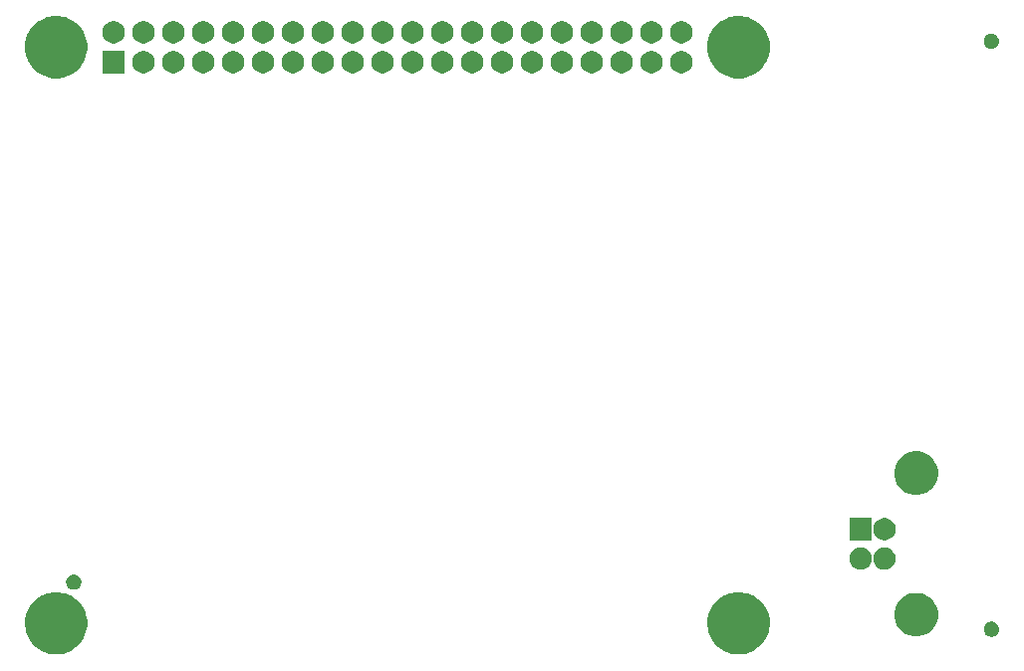
<source format=gbr>
G04 #@! TF.GenerationSoftware,KiCad,Pcbnew,(5.1.5)-3*
G04 #@! TF.CreationDate,2020-05-08T10:51:28+02:00*
G04 #@! TF.ProjectId,HB-RF-USB-2,48422d52-462d-4555-9342-2d322e6b6963,rev?*
G04 #@! TF.SameCoordinates,PX4c4b400PY7270e00*
G04 #@! TF.FileFunction,Soldermask,Bot*
G04 #@! TF.FilePolarity,Negative*
%FSLAX46Y46*%
G04 Gerber Fmt 4.6, Leading zero omitted, Abs format (unit mm)*
G04 Created by KiCad (PCBNEW (5.1.5)-3) date 2020-05-08 10:51:28*
%MOMM*%
%LPD*%
G04 APERTURE LIST*
%ADD10C,0.100000*%
G04 APERTURE END LIST*
D10*
G36*
X62102318Y6082108D02*
G01*
X62272976Y6048162D01*
X62613991Y5906909D01*
X62704430Y5869448D01*
X62755246Y5848399D01*
X63189276Y5558389D01*
X63558389Y5189276D01*
X63848399Y4755246D01*
X63990490Y4412209D01*
X64048162Y4272975D01*
X64150000Y3761004D01*
X64150000Y3238996D01*
X64112544Y3050695D01*
X64048162Y2727024D01*
X63848399Y2244754D01*
X63558389Y1810724D01*
X63189276Y1441611D01*
X62755246Y1151601D01*
X62272976Y951838D01*
X62102318Y917892D01*
X61761004Y850000D01*
X61238996Y850000D01*
X60897682Y917892D01*
X60727024Y951838D01*
X60244754Y1151601D01*
X59810724Y1441611D01*
X59441611Y1810724D01*
X59151601Y2244754D01*
X58951838Y2727024D01*
X58887456Y3050695D01*
X58850000Y3238996D01*
X58850000Y3761004D01*
X58951838Y4272975D01*
X59009511Y4412209D01*
X59151601Y4755246D01*
X59441611Y5189276D01*
X59810724Y5558389D01*
X60244754Y5848399D01*
X60295571Y5869448D01*
X60386009Y5906909D01*
X60727024Y6048162D01*
X60897682Y6082108D01*
X61238996Y6150000D01*
X61761004Y6150000D01*
X62102318Y6082108D01*
G37*
G36*
X4102318Y6082108D02*
G01*
X4272976Y6048162D01*
X4613991Y5906909D01*
X4704430Y5869448D01*
X4755246Y5848399D01*
X5189276Y5558389D01*
X5558389Y5189276D01*
X5848399Y4755246D01*
X5990490Y4412209D01*
X6048162Y4272975D01*
X6150000Y3761004D01*
X6150000Y3238996D01*
X6112544Y3050695D01*
X6048162Y2727024D01*
X5848399Y2244754D01*
X5558389Y1810724D01*
X5189276Y1441611D01*
X4755246Y1151601D01*
X4272976Y951838D01*
X4102318Y917892D01*
X3761004Y850000D01*
X3238996Y850000D01*
X2897682Y917892D01*
X2727024Y951838D01*
X2244754Y1151601D01*
X1810724Y1441611D01*
X1441611Y1810724D01*
X1151601Y2244754D01*
X951838Y2727024D01*
X887456Y3050695D01*
X850000Y3238996D01*
X850000Y3761004D01*
X951838Y4272975D01*
X1009511Y4412209D01*
X1151601Y4755246D01*
X1441611Y5189276D01*
X1810724Y5558389D01*
X2244754Y5848399D01*
X2295571Y5869448D01*
X2386009Y5906909D01*
X2727024Y6048162D01*
X2897682Y6082108D01*
X3238996Y6150000D01*
X3761004Y6150000D01*
X4102318Y6082108D01*
G37*
G36*
X83126808Y3637511D02*
G01*
X83189598Y3625021D01*
X83258891Y3596318D01*
X83307889Y3576023D01*
X83307890Y3576022D01*
X83414351Y3504888D01*
X83504888Y3414351D01*
X83504889Y3414349D01*
X83576023Y3307889D01*
X83596318Y3258891D01*
X83625021Y3189598D01*
X83650000Y3064019D01*
X83650000Y2935981D01*
X83625021Y2810402D01*
X83617817Y2793011D01*
X83576023Y2692111D01*
X83576022Y2692110D01*
X83504888Y2585649D01*
X83414351Y2495112D01*
X83360760Y2459304D01*
X83307889Y2423977D01*
X83258891Y2403682D01*
X83189598Y2374979D01*
X83126809Y2362490D01*
X83064021Y2350000D01*
X82935979Y2350000D01*
X82873191Y2362490D01*
X82810402Y2374979D01*
X82741109Y2403682D01*
X82692111Y2423977D01*
X82639240Y2459304D01*
X82585649Y2495112D01*
X82495112Y2585649D01*
X82423978Y2692110D01*
X82423977Y2692111D01*
X82382183Y2793011D01*
X82374979Y2810402D01*
X82350000Y2935981D01*
X82350000Y3064019D01*
X82374979Y3189598D01*
X82403682Y3258891D01*
X82423977Y3307889D01*
X82495111Y3414349D01*
X82495112Y3414351D01*
X82585649Y3504888D01*
X82692110Y3576022D01*
X82692111Y3576023D01*
X82741109Y3596318D01*
X82810402Y3625021D01*
X82873192Y3637511D01*
X82935979Y3650000D01*
X83064021Y3650000D01*
X83126808Y3637511D01*
G37*
G36*
X77141623Y6008906D02*
G01*
X77478302Y5869449D01*
X77578846Y5802268D01*
X77781306Y5666989D01*
X78038989Y5409306D01*
X78174268Y5206846D01*
X78241449Y5106302D01*
X78380906Y4769623D01*
X78452000Y4412211D01*
X78452000Y4047789D01*
X78380906Y3690377D01*
X78241449Y3353698D01*
X78241448Y3353697D01*
X78038989Y3050694D01*
X77781306Y2793011D01*
X77630296Y2692110D01*
X77478302Y2590551D01*
X77141623Y2451094D01*
X76784211Y2380000D01*
X76419789Y2380000D01*
X76062377Y2451094D01*
X75725698Y2590551D01*
X75573704Y2692110D01*
X75422694Y2793011D01*
X75165011Y3050694D01*
X74962552Y3353697D01*
X74962551Y3353698D01*
X74823094Y3690377D01*
X74752000Y4047789D01*
X74752000Y4412211D01*
X74823094Y4769623D01*
X74962551Y5106302D01*
X75029732Y5206846D01*
X75165011Y5409306D01*
X75422694Y5666989D01*
X75625154Y5802268D01*
X75725698Y5869449D01*
X76062377Y6008906D01*
X76419789Y6080000D01*
X76784211Y6080000D01*
X77141623Y6008906D01*
G37*
G36*
X5126808Y7637511D02*
G01*
X5189598Y7625021D01*
X5258891Y7596318D01*
X5307889Y7576023D01*
X5307890Y7576022D01*
X5414351Y7504888D01*
X5504888Y7414351D01*
X5504889Y7414349D01*
X5576023Y7307889D01*
X5596318Y7258891D01*
X5625021Y7189598D01*
X5650000Y7064019D01*
X5650000Y6935981D01*
X5625021Y6810402D01*
X5596318Y6741109D01*
X5576023Y6692111D01*
X5576022Y6692110D01*
X5504888Y6585649D01*
X5414351Y6495112D01*
X5360760Y6459304D01*
X5307889Y6423977D01*
X5258891Y6403682D01*
X5189598Y6374979D01*
X5126809Y6362490D01*
X5064021Y6350000D01*
X4935979Y6350000D01*
X4873191Y6362490D01*
X4810402Y6374979D01*
X4741109Y6403682D01*
X4692111Y6423977D01*
X4639240Y6459304D01*
X4585649Y6495112D01*
X4495112Y6585649D01*
X4423978Y6692110D01*
X4423977Y6692111D01*
X4403682Y6741109D01*
X4374979Y6810402D01*
X4350000Y6935981D01*
X4350000Y7064019D01*
X4374979Y7189598D01*
X4403682Y7258891D01*
X4423977Y7307889D01*
X4495111Y7414349D01*
X4495112Y7414351D01*
X4585649Y7504888D01*
X4692110Y7576022D01*
X4692111Y7576023D01*
X4741109Y7596318D01*
X4810402Y7625021D01*
X4873192Y7637511D01*
X4935979Y7650000D01*
X5064021Y7650000D01*
X5126808Y7637511D01*
G37*
G36*
X74169103Y9913493D02*
G01*
X74169106Y9913492D01*
X74169105Y9913492D01*
X74341994Y9841879D01*
X74497590Y9737913D01*
X74629913Y9605590D01*
X74629914Y9605588D01*
X74733880Y9449992D01*
X74805493Y9277103D01*
X74842000Y9093568D01*
X74842000Y8906432D01*
X74805493Y8722897D01*
X74805492Y8722895D01*
X74733879Y8550006D01*
X74629913Y8394410D01*
X74497590Y8262087D01*
X74341994Y8158121D01*
X74341993Y8158120D01*
X74341992Y8158120D01*
X74169103Y8086507D01*
X73985568Y8050000D01*
X73798432Y8050000D01*
X73614897Y8086507D01*
X73442008Y8158120D01*
X73442007Y8158120D01*
X73442006Y8158121D01*
X73286410Y8262087D01*
X73154087Y8394410D01*
X73050121Y8550006D01*
X72978508Y8722895D01*
X72978507Y8722897D01*
X72942000Y8906432D01*
X72942000Y9093568D01*
X72978507Y9277103D01*
X73050120Y9449992D01*
X73154086Y9605588D01*
X73154087Y9605590D01*
X73286410Y9737913D01*
X73442006Y9841879D01*
X73614895Y9913492D01*
X73614894Y9913492D01*
X73614897Y9913493D01*
X73798432Y9950000D01*
X73985568Y9950000D01*
X74169103Y9913493D01*
G37*
G36*
X72169103Y9913493D02*
G01*
X72169106Y9913492D01*
X72169105Y9913492D01*
X72341994Y9841879D01*
X72497590Y9737913D01*
X72629913Y9605590D01*
X72629914Y9605588D01*
X72733880Y9449992D01*
X72805493Y9277103D01*
X72842000Y9093568D01*
X72842000Y8906432D01*
X72805493Y8722897D01*
X72805492Y8722895D01*
X72733879Y8550006D01*
X72629913Y8394410D01*
X72497590Y8262087D01*
X72341994Y8158121D01*
X72341993Y8158120D01*
X72341992Y8158120D01*
X72169103Y8086507D01*
X71985568Y8050000D01*
X71798432Y8050000D01*
X71614897Y8086507D01*
X71442008Y8158120D01*
X71442007Y8158120D01*
X71442006Y8158121D01*
X71286410Y8262087D01*
X71154087Y8394410D01*
X71050121Y8550006D01*
X70978508Y8722895D01*
X70978507Y8722897D01*
X70942000Y8906432D01*
X70942000Y9093568D01*
X70978507Y9277103D01*
X71050120Y9449992D01*
X71154086Y9605588D01*
X71154087Y9605590D01*
X71286410Y9737913D01*
X71442006Y9841879D01*
X71614895Y9913492D01*
X71614894Y9913492D01*
X71614897Y9913493D01*
X71798432Y9950000D01*
X71985568Y9950000D01*
X72169103Y9913493D01*
G37*
G36*
X72842000Y10550000D02*
G01*
X70942000Y10550000D01*
X70942000Y12450000D01*
X72842000Y12450000D01*
X72842000Y10550000D01*
G37*
G36*
X74169103Y12413493D02*
G01*
X74169106Y12413492D01*
X74169105Y12413492D01*
X74341994Y12341879D01*
X74497590Y12237913D01*
X74629913Y12105590D01*
X74629914Y12105588D01*
X74733880Y11949992D01*
X74805493Y11777103D01*
X74842000Y11593568D01*
X74842000Y11406432D01*
X74805493Y11222897D01*
X74805492Y11222895D01*
X74733879Y11050006D01*
X74629913Y10894410D01*
X74497590Y10762087D01*
X74341994Y10658121D01*
X74341993Y10658120D01*
X74341992Y10658120D01*
X74169103Y10586507D01*
X73985568Y10550000D01*
X73798432Y10550000D01*
X73614897Y10586507D01*
X73442008Y10658120D01*
X73442007Y10658120D01*
X73442006Y10658121D01*
X73286410Y10762087D01*
X73154087Y10894410D01*
X73050121Y11050006D01*
X72978508Y11222895D01*
X72978507Y11222897D01*
X72942000Y11406432D01*
X72942000Y11593568D01*
X72978507Y11777103D01*
X73050120Y11949992D01*
X73154086Y12105588D01*
X73154087Y12105590D01*
X73286410Y12237913D01*
X73442006Y12341879D01*
X73614895Y12413492D01*
X73614894Y12413492D01*
X73614897Y12413493D01*
X73798432Y12450000D01*
X73985568Y12450000D01*
X74169103Y12413493D01*
G37*
G36*
X77141623Y18048906D02*
G01*
X77478302Y17909449D01*
X77478303Y17909448D01*
X77781306Y17706989D01*
X78038989Y17449306D01*
X78174268Y17246846D01*
X78241449Y17146302D01*
X78380906Y16809623D01*
X78452000Y16452211D01*
X78452000Y16087789D01*
X78380906Y15730377D01*
X78241449Y15393698D01*
X78241448Y15393697D01*
X78038989Y15090694D01*
X77781306Y14833011D01*
X77578846Y14697732D01*
X77478302Y14630551D01*
X77141623Y14491094D01*
X76784211Y14420000D01*
X76419789Y14420000D01*
X76062377Y14491094D01*
X75725698Y14630551D01*
X75625154Y14697732D01*
X75422694Y14833011D01*
X75165011Y15090694D01*
X74962552Y15393697D01*
X74962551Y15393698D01*
X74823094Y15730377D01*
X74752000Y16087789D01*
X74752000Y16452211D01*
X74823094Y16809623D01*
X74962551Y17146302D01*
X75029732Y17246846D01*
X75165011Y17449306D01*
X75422694Y17706989D01*
X75725697Y17909448D01*
X75725698Y17909449D01*
X76062377Y18048906D01*
X76419789Y18120000D01*
X76784211Y18120000D01*
X77141623Y18048906D01*
G37*
G36*
X4102318Y55082108D02*
G01*
X4272976Y55048162D01*
X4755246Y54848399D01*
X4947408Y54720000D01*
X5189275Y54558390D01*
X5558390Y54189275D01*
X5848400Y53755244D01*
X5881045Y53676432D01*
X6033701Y53307889D01*
X6048162Y53272975D01*
X6140174Y52810404D01*
X6150000Y52761002D01*
X6150000Y52238998D01*
X6048162Y51727024D01*
X5906909Y51386009D01*
X5881045Y51323567D01*
X5848399Y51244754D01*
X5558389Y50810724D01*
X5189276Y50441611D01*
X4755246Y50151601D01*
X4272976Y49951838D01*
X4102318Y49917892D01*
X3761004Y49850000D01*
X3238996Y49850000D01*
X2897682Y49917892D01*
X2727024Y49951838D01*
X2244754Y50151601D01*
X1810724Y50441611D01*
X1441611Y50810724D01*
X1151601Y51244754D01*
X1118956Y51323567D01*
X1093091Y51386009D01*
X951838Y51727024D01*
X850000Y52238998D01*
X850000Y52761002D01*
X859827Y52810404D01*
X951838Y53272975D01*
X966300Y53307889D01*
X1118955Y53676432D01*
X1151600Y53755244D01*
X1441610Y54189275D01*
X1810725Y54558390D01*
X2052592Y54720000D01*
X2244754Y54848399D01*
X2727024Y55048162D01*
X2897682Y55082108D01*
X3238996Y55150000D01*
X3761004Y55150000D01*
X4102318Y55082108D01*
G37*
G36*
X62102318Y55082108D02*
G01*
X62272976Y55048162D01*
X62755246Y54848399D01*
X62947408Y54720000D01*
X63189275Y54558390D01*
X63558390Y54189275D01*
X63848400Y53755244D01*
X63881045Y53676432D01*
X64033701Y53307889D01*
X64048162Y53272975D01*
X64140174Y52810404D01*
X64150000Y52761002D01*
X64150000Y52238998D01*
X64048162Y51727024D01*
X63906909Y51386009D01*
X63881045Y51323567D01*
X63848399Y51244754D01*
X63558389Y50810724D01*
X63189276Y50441611D01*
X62755246Y50151601D01*
X62272976Y49951838D01*
X62102318Y49917892D01*
X61761004Y49850000D01*
X61238996Y49850000D01*
X60897682Y49917892D01*
X60727024Y49951838D01*
X60244754Y50151601D01*
X59810724Y50441611D01*
X59441611Y50810724D01*
X59151601Y51244754D01*
X59118956Y51323567D01*
X59093091Y51386009D01*
X58951838Y51727024D01*
X58850000Y52238998D01*
X58850000Y52761002D01*
X58859827Y52810404D01*
X58951838Y53272975D01*
X58966300Y53307889D01*
X59118955Y53676432D01*
X59151600Y53755244D01*
X59441610Y54189275D01*
X59810725Y54558390D01*
X60052592Y54720000D01*
X60244754Y54848399D01*
X60727024Y55048162D01*
X60897682Y55082108D01*
X61238996Y55150000D01*
X61761004Y55150000D01*
X62102318Y55082108D01*
G37*
G36*
X39127103Y52143493D02*
G01*
X39127106Y52143492D01*
X39127105Y52143492D01*
X39299994Y52071879D01*
X39455590Y51967913D01*
X39587913Y51835590D01*
X39691879Y51679994D01*
X39691880Y51679992D01*
X39763493Y51507103D01*
X39800000Y51323568D01*
X39800000Y51136432D01*
X39763493Y50952897D01*
X39763492Y50952895D01*
X39691879Y50780006D01*
X39587913Y50624410D01*
X39455590Y50492087D01*
X39299994Y50388121D01*
X39299993Y50388120D01*
X39299992Y50388120D01*
X39127103Y50316507D01*
X38943568Y50280000D01*
X38756432Y50280000D01*
X38572897Y50316507D01*
X38400008Y50388120D01*
X38400007Y50388120D01*
X38400006Y50388121D01*
X38244410Y50492087D01*
X38112087Y50624410D01*
X38008121Y50780006D01*
X37936508Y50952895D01*
X37936507Y50952897D01*
X37900000Y51136432D01*
X37900000Y51323568D01*
X37936507Y51507103D01*
X38008120Y51679992D01*
X38008121Y51679994D01*
X38112087Y51835590D01*
X38244410Y51967913D01*
X38400006Y52071879D01*
X38572895Y52143492D01*
X38572894Y52143492D01*
X38572897Y52143493D01*
X38756432Y52180000D01*
X38943568Y52180000D01*
X39127103Y52143493D01*
G37*
G36*
X56907103Y52143493D02*
G01*
X56907106Y52143492D01*
X56907105Y52143492D01*
X57079994Y52071879D01*
X57235590Y51967913D01*
X57367913Y51835590D01*
X57471879Y51679994D01*
X57471880Y51679992D01*
X57543493Y51507103D01*
X57580000Y51323568D01*
X57580000Y51136432D01*
X57543493Y50952897D01*
X57543492Y50952895D01*
X57471879Y50780006D01*
X57367913Y50624410D01*
X57235590Y50492087D01*
X57079994Y50388121D01*
X57079993Y50388120D01*
X57079992Y50388120D01*
X56907103Y50316507D01*
X56723568Y50280000D01*
X56536432Y50280000D01*
X56352897Y50316507D01*
X56180008Y50388120D01*
X56180007Y50388120D01*
X56180006Y50388121D01*
X56024410Y50492087D01*
X55892087Y50624410D01*
X55788121Y50780006D01*
X55716508Y50952895D01*
X55716507Y50952897D01*
X55680000Y51136432D01*
X55680000Y51323568D01*
X55716507Y51507103D01*
X55788120Y51679992D01*
X55788121Y51679994D01*
X55892087Y51835590D01*
X56024410Y51967913D01*
X56180006Y52071879D01*
X56352895Y52143492D01*
X56352894Y52143492D01*
X56352897Y52143493D01*
X56536432Y52180000D01*
X56723568Y52180000D01*
X56907103Y52143493D01*
G37*
G36*
X54367103Y52143493D02*
G01*
X54367106Y52143492D01*
X54367105Y52143492D01*
X54539994Y52071879D01*
X54695590Y51967913D01*
X54827913Y51835590D01*
X54931879Y51679994D01*
X54931880Y51679992D01*
X55003493Y51507103D01*
X55040000Y51323568D01*
X55040000Y51136432D01*
X55003493Y50952897D01*
X55003492Y50952895D01*
X54931879Y50780006D01*
X54827913Y50624410D01*
X54695590Y50492087D01*
X54539994Y50388121D01*
X54539993Y50388120D01*
X54539992Y50388120D01*
X54367103Y50316507D01*
X54183568Y50280000D01*
X53996432Y50280000D01*
X53812897Y50316507D01*
X53640008Y50388120D01*
X53640007Y50388120D01*
X53640006Y50388121D01*
X53484410Y50492087D01*
X53352087Y50624410D01*
X53248121Y50780006D01*
X53176508Y50952895D01*
X53176507Y50952897D01*
X53140000Y51136432D01*
X53140000Y51323568D01*
X53176507Y51507103D01*
X53248120Y51679992D01*
X53248121Y51679994D01*
X53352087Y51835590D01*
X53484410Y51967913D01*
X53640006Y52071879D01*
X53812895Y52143492D01*
X53812894Y52143492D01*
X53812897Y52143493D01*
X53996432Y52180000D01*
X54183568Y52180000D01*
X54367103Y52143493D01*
G37*
G36*
X51827103Y52143493D02*
G01*
X51827106Y52143492D01*
X51827105Y52143492D01*
X51999994Y52071879D01*
X52155590Y51967913D01*
X52287913Y51835590D01*
X52391879Y51679994D01*
X52391880Y51679992D01*
X52463493Y51507103D01*
X52500000Y51323568D01*
X52500000Y51136432D01*
X52463493Y50952897D01*
X52463492Y50952895D01*
X52391879Y50780006D01*
X52287913Y50624410D01*
X52155590Y50492087D01*
X51999994Y50388121D01*
X51999993Y50388120D01*
X51999992Y50388120D01*
X51827103Y50316507D01*
X51643568Y50280000D01*
X51456432Y50280000D01*
X51272897Y50316507D01*
X51100008Y50388120D01*
X51100007Y50388120D01*
X51100006Y50388121D01*
X50944410Y50492087D01*
X50812087Y50624410D01*
X50708121Y50780006D01*
X50636508Y50952895D01*
X50636507Y50952897D01*
X50600000Y51136432D01*
X50600000Y51323568D01*
X50636507Y51507103D01*
X50708120Y51679992D01*
X50708121Y51679994D01*
X50812087Y51835590D01*
X50944410Y51967913D01*
X51100006Y52071879D01*
X51272895Y52143492D01*
X51272894Y52143492D01*
X51272897Y52143493D01*
X51456432Y52180000D01*
X51643568Y52180000D01*
X51827103Y52143493D01*
G37*
G36*
X49287103Y52143493D02*
G01*
X49287106Y52143492D01*
X49287105Y52143492D01*
X49459994Y52071879D01*
X49615590Y51967913D01*
X49747913Y51835590D01*
X49851879Y51679994D01*
X49851880Y51679992D01*
X49923493Y51507103D01*
X49960000Y51323568D01*
X49960000Y51136432D01*
X49923493Y50952897D01*
X49923492Y50952895D01*
X49851879Y50780006D01*
X49747913Y50624410D01*
X49615590Y50492087D01*
X49459994Y50388121D01*
X49459993Y50388120D01*
X49459992Y50388120D01*
X49287103Y50316507D01*
X49103568Y50280000D01*
X48916432Y50280000D01*
X48732897Y50316507D01*
X48560008Y50388120D01*
X48560007Y50388120D01*
X48560006Y50388121D01*
X48404410Y50492087D01*
X48272087Y50624410D01*
X48168121Y50780006D01*
X48096508Y50952895D01*
X48096507Y50952897D01*
X48060000Y51136432D01*
X48060000Y51323568D01*
X48096507Y51507103D01*
X48168120Y51679992D01*
X48168121Y51679994D01*
X48272087Y51835590D01*
X48404410Y51967913D01*
X48560006Y52071879D01*
X48732895Y52143492D01*
X48732894Y52143492D01*
X48732897Y52143493D01*
X48916432Y52180000D01*
X49103568Y52180000D01*
X49287103Y52143493D01*
G37*
G36*
X44207103Y52143493D02*
G01*
X44207106Y52143492D01*
X44207105Y52143492D01*
X44379994Y52071879D01*
X44535590Y51967913D01*
X44667913Y51835590D01*
X44771879Y51679994D01*
X44771880Y51679992D01*
X44843493Y51507103D01*
X44880000Y51323568D01*
X44880000Y51136432D01*
X44843493Y50952897D01*
X44843492Y50952895D01*
X44771879Y50780006D01*
X44667913Y50624410D01*
X44535590Y50492087D01*
X44379994Y50388121D01*
X44379993Y50388120D01*
X44379992Y50388120D01*
X44207103Y50316507D01*
X44023568Y50280000D01*
X43836432Y50280000D01*
X43652897Y50316507D01*
X43480008Y50388120D01*
X43480007Y50388120D01*
X43480006Y50388121D01*
X43324410Y50492087D01*
X43192087Y50624410D01*
X43088121Y50780006D01*
X43016508Y50952895D01*
X43016507Y50952897D01*
X42980000Y51136432D01*
X42980000Y51323568D01*
X43016507Y51507103D01*
X43088120Y51679992D01*
X43088121Y51679994D01*
X43192087Y51835590D01*
X43324410Y51967913D01*
X43480006Y52071879D01*
X43652895Y52143492D01*
X43652894Y52143492D01*
X43652897Y52143493D01*
X43836432Y52180000D01*
X44023568Y52180000D01*
X44207103Y52143493D01*
G37*
G36*
X36587103Y52143493D02*
G01*
X36587106Y52143492D01*
X36587105Y52143492D01*
X36759994Y52071879D01*
X36915590Y51967913D01*
X37047913Y51835590D01*
X37151879Y51679994D01*
X37151880Y51679992D01*
X37223493Y51507103D01*
X37260000Y51323568D01*
X37260000Y51136432D01*
X37223493Y50952897D01*
X37223492Y50952895D01*
X37151879Y50780006D01*
X37047913Y50624410D01*
X36915590Y50492087D01*
X36759994Y50388121D01*
X36759993Y50388120D01*
X36759992Y50388120D01*
X36587103Y50316507D01*
X36403568Y50280000D01*
X36216432Y50280000D01*
X36032897Y50316507D01*
X35860008Y50388120D01*
X35860007Y50388120D01*
X35860006Y50388121D01*
X35704410Y50492087D01*
X35572087Y50624410D01*
X35468121Y50780006D01*
X35396508Y50952895D01*
X35396507Y50952897D01*
X35360000Y51136432D01*
X35360000Y51323568D01*
X35396507Y51507103D01*
X35468120Y51679992D01*
X35468121Y51679994D01*
X35572087Y51835590D01*
X35704410Y51967913D01*
X35860006Y52071879D01*
X36032895Y52143492D01*
X36032894Y52143492D01*
X36032897Y52143493D01*
X36216432Y52180000D01*
X36403568Y52180000D01*
X36587103Y52143493D01*
G37*
G36*
X34047103Y52143493D02*
G01*
X34047106Y52143492D01*
X34047105Y52143492D01*
X34219994Y52071879D01*
X34375590Y51967913D01*
X34507913Y51835590D01*
X34611879Y51679994D01*
X34611880Y51679992D01*
X34683493Y51507103D01*
X34720000Y51323568D01*
X34720000Y51136432D01*
X34683493Y50952897D01*
X34683492Y50952895D01*
X34611879Y50780006D01*
X34507913Y50624410D01*
X34375590Y50492087D01*
X34219994Y50388121D01*
X34219993Y50388120D01*
X34219992Y50388120D01*
X34047103Y50316507D01*
X33863568Y50280000D01*
X33676432Y50280000D01*
X33492897Y50316507D01*
X33320008Y50388120D01*
X33320007Y50388120D01*
X33320006Y50388121D01*
X33164410Y50492087D01*
X33032087Y50624410D01*
X32928121Y50780006D01*
X32856508Y50952895D01*
X32856507Y50952897D01*
X32820000Y51136432D01*
X32820000Y51323568D01*
X32856507Y51507103D01*
X32928120Y51679992D01*
X32928121Y51679994D01*
X33032087Y51835590D01*
X33164410Y51967913D01*
X33320006Y52071879D01*
X33492895Y52143492D01*
X33492894Y52143492D01*
X33492897Y52143493D01*
X33676432Y52180000D01*
X33863568Y52180000D01*
X34047103Y52143493D01*
G37*
G36*
X31507103Y52143493D02*
G01*
X31507106Y52143492D01*
X31507105Y52143492D01*
X31679994Y52071879D01*
X31835590Y51967913D01*
X31967913Y51835590D01*
X32071879Y51679994D01*
X32071880Y51679992D01*
X32143493Y51507103D01*
X32180000Y51323568D01*
X32180000Y51136432D01*
X32143493Y50952897D01*
X32143492Y50952895D01*
X32071879Y50780006D01*
X31967913Y50624410D01*
X31835590Y50492087D01*
X31679994Y50388121D01*
X31679993Y50388120D01*
X31679992Y50388120D01*
X31507103Y50316507D01*
X31323568Y50280000D01*
X31136432Y50280000D01*
X30952897Y50316507D01*
X30780008Y50388120D01*
X30780007Y50388120D01*
X30780006Y50388121D01*
X30624410Y50492087D01*
X30492087Y50624410D01*
X30388121Y50780006D01*
X30316508Y50952895D01*
X30316507Y50952897D01*
X30280000Y51136432D01*
X30280000Y51323568D01*
X30316507Y51507103D01*
X30388120Y51679992D01*
X30388121Y51679994D01*
X30492087Y51835590D01*
X30624410Y51967913D01*
X30780006Y52071879D01*
X30952895Y52143492D01*
X30952894Y52143492D01*
X30952897Y52143493D01*
X31136432Y52180000D01*
X31323568Y52180000D01*
X31507103Y52143493D01*
G37*
G36*
X28967103Y52143493D02*
G01*
X28967106Y52143492D01*
X28967105Y52143492D01*
X29139994Y52071879D01*
X29295590Y51967913D01*
X29427913Y51835590D01*
X29531879Y51679994D01*
X29531880Y51679992D01*
X29603493Y51507103D01*
X29640000Y51323568D01*
X29640000Y51136432D01*
X29603493Y50952897D01*
X29603492Y50952895D01*
X29531879Y50780006D01*
X29427913Y50624410D01*
X29295590Y50492087D01*
X29139994Y50388121D01*
X29139993Y50388120D01*
X29139992Y50388120D01*
X28967103Y50316507D01*
X28783568Y50280000D01*
X28596432Y50280000D01*
X28412897Y50316507D01*
X28240008Y50388120D01*
X28240007Y50388120D01*
X28240006Y50388121D01*
X28084410Y50492087D01*
X27952087Y50624410D01*
X27848121Y50780006D01*
X27776508Y50952895D01*
X27776507Y50952897D01*
X27740000Y51136432D01*
X27740000Y51323568D01*
X27776507Y51507103D01*
X27848120Y51679992D01*
X27848121Y51679994D01*
X27952087Y51835590D01*
X28084410Y51967913D01*
X28240006Y52071879D01*
X28412895Y52143492D01*
X28412894Y52143492D01*
X28412897Y52143493D01*
X28596432Y52180000D01*
X28783568Y52180000D01*
X28967103Y52143493D01*
G37*
G36*
X23887103Y52143493D02*
G01*
X23887106Y52143492D01*
X23887105Y52143492D01*
X24059994Y52071879D01*
X24215590Y51967913D01*
X24347913Y51835590D01*
X24451879Y51679994D01*
X24451880Y51679992D01*
X24523493Y51507103D01*
X24560000Y51323568D01*
X24560000Y51136432D01*
X24523493Y50952897D01*
X24523492Y50952895D01*
X24451879Y50780006D01*
X24347913Y50624410D01*
X24215590Y50492087D01*
X24059994Y50388121D01*
X24059993Y50388120D01*
X24059992Y50388120D01*
X23887103Y50316507D01*
X23703568Y50280000D01*
X23516432Y50280000D01*
X23332897Y50316507D01*
X23160008Y50388120D01*
X23160007Y50388120D01*
X23160006Y50388121D01*
X23004410Y50492087D01*
X22872087Y50624410D01*
X22768121Y50780006D01*
X22696508Y50952895D01*
X22696507Y50952897D01*
X22660000Y51136432D01*
X22660000Y51323568D01*
X22696507Y51507103D01*
X22768120Y51679992D01*
X22768121Y51679994D01*
X22872087Y51835590D01*
X23004410Y51967913D01*
X23160006Y52071879D01*
X23332895Y52143492D01*
X23332894Y52143492D01*
X23332897Y52143493D01*
X23516432Y52180000D01*
X23703568Y52180000D01*
X23887103Y52143493D01*
G37*
G36*
X21347103Y52143493D02*
G01*
X21347106Y52143492D01*
X21347105Y52143492D01*
X21519994Y52071879D01*
X21675590Y51967913D01*
X21807913Y51835590D01*
X21911879Y51679994D01*
X21911880Y51679992D01*
X21983493Y51507103D01*
X22020000Y51323568D01*
X22020000Y51136432D01*
X21983493Y50952897D01*
X21983492Y50952895D01*
X21911879Y50780006D01*
X21807913Y50624410D01*
X21675590Y50492087D01*
X21519994Y50388121D01*
X21519993Y50388120D01*
X21519992Y50388120D01*
X21347103Y50316507D01*
X21163568Y50280000D01*
X20976432Y50280000D01*
X20792897Y50316507D01*
X20620008Y50388120D01*
X20620007Y50388120D01*
X20620006Y50388121D01*
X20464410Y50492087D01*
X20332087Y50624410D01*
X20228121Y50780006D01*
X20156508Y50952895D01*
X20156507Y50952897D01*
X20120000Y51136432D01*
X20120000Y51323568D01*
X20156507Y51507103D01*
X20228120Y51679992D01*
X20228121Y51679994D01*
X20332087Y51835590D01*
X20464410Y51967913D01*
X20620006Y52071879D01*
X20792895Y52143492D01*
X20792894Y52143492D01*
X20792897Y52143493D01*
X20976432Y52180000D01*
X21163568Y52180000D01*
X21347103Y52143493D01*
G37*
G36*
X18807103Y52143493D02*
G01*
X18807106Y52143492D01*
X18807105Y52143492D01*
X18979994Y52071879D01*
X19135590Y51967913D01*
X19267913Y51835590D01*
X19371879Y51679994D01*
X19371880Y51679992D01*
X19443493Y51507103D01*
X19480000Y51323568D01*
X19480000Y51136432D01*
X19443493Y50952897D01*
X19443492Y50952895D01*
X19371879Y50780006D01*
X19267913Y50624410D01*
X19135590Y50492087D01*
X18979994Y50388121D01*
X18979993Y50388120D01*
X18979992Y50388120D01*
X18807103Y50316507D01*
X18623568Y50280000D01*
X18436432Y50280000D01*
X18252897Y50316507D01*
X18080008Y50388120D01*
X18080007Y50388120D01*
X18080006Y50388121D01*
X17924410Y50492087D01*
X17792087Y50624410D01*
X17688121Y50780006D01*
X17616508Y50952895D01*
X17616507Y50952897D01*
X17580000Y51136432D01*
X17580000Y51323568D01*
X17616507Y51507103D01*
X17688120Y51679992D01*
X17688121Y51679994D01*
X17792087Y51835590D01*
X17924410Y51967913D01*
X18080006Y52071879D01*
X18252895Y52143492D01*
X18252894Y52143492D01*
X18252897Y52143493D01*
X18436432Y52180000D01*
X18623568Y52180000D01*
X18807103Y52143493D01*
G37*
G36*
X16267103Y52143493D02*
G01*
X16267106Y52143492D01*
X16267105Y52143492D01*
X16439994Y52071879D01*
X16595590Y51967913D01*
X16727913Y51835590D01*
X16831879Y51679994D01*
X16831880Y51679992D01*
X16903493Y51507103D01*
X16940000Y51323568D01*
X16940000Y51136432D01*
X16903493Y50952897D01*
X16903492Y50952895D01*
X16831879Y50780006D01*
X16727913Y50624410D01*
X16595590Y50492087D01*
X16439994Y50388121D01*
X16439993Y50388120D01*
X16439992Y50388120D01*
X16267103Y50316507D01*
X16083568Y50280000D01*
X15896432Y50280000D01*
X15712897Y50316507D01*
X15540008Y50388120D01*
X15540007Y50388120D01*
X15540006Y50388121D01*
X15384410Y50492087D01*
X15252087Y50624410D01*
X15148121Y50780006D01*
X15076508Y50952895D01*
X15076507Y50952897D01*
X15040000Y51136432D01*
X15040000Y51323568D01*
X15076507Y51507103D01*
X15148120Y51679992D01*
X15148121Y51679994D01*
X15252087Y51835590D01*
X15384410Y51967913D01*
X15540006Y52071879D01*
X15712895Y52143492D01*
X15712894Y52143492D01*
X15712897Y52143493D01*
X15896432Y52180000D01*
X16083568Y52180000D01*
X16267103Y52143493D01*
G37*
G36*
X13727103Y52143493D02*
G01*
X13727106Y52143492D01*
X13727105Y52143492D01*
X13899994Y52071879D01*
X14055590Y51967913D01*
X14187913Y51835590D01*
X14291879Y51679994D01*
X14291880Y51679992D01*
X14363493Y51507103D01*
X14400000Y51323568D01*
X14400000Y51136432D01*
X14363493Y50952897D01*
X14363492Y50952895D01*
X14291879Y50780006D01*
X14187913Y50624410D01*
X14055590Y50492087D01*
X13899994Y50388121D01*
X13899993Y50388120D01*
X13899992Y50388120D01*
X13727103Y50316507D01*
X13543568Y50280000D01*
X13356432Y50280000D01*
X13172897Y50316507D01*
X13000008Y50388120D01*
X13000007Y50388120D01*
X13000006Y50388121D01*
X12844410Y50492087D01*
X12712087Y50624410D01*
X12608121Y50780006D01*
X12536508Y50952895D01*
X12536507Y50952897D01*
X12500000Y51136432D01*
X12500000Y51323568D01*
X12536507Y51507103D01*
X12608120Y51679992D01*
X12608121Y51679994D01*
X12712087Y51835590D01*
X12844410Y51967913D01*
X13000006Y52071879D01*
X13172895Y52143492D01*
X13172894Y52143492D01*
X13172897Y52143493D01*
X13356432Y52180000D01*
X13543568Y52180000D01*
X13727103Y52143493D01*
G37*
G36*
X46747103Y52143493D02*
G01*
X46747106Y52143492D01*
X46747105Y52143492D01*
X46919994Y52071879D01*
X47075590Y51967913D01*
X47207913Y51835590D01*
X47311879Y51679994D01*
X47311880Y51679992D01*
X47383493Y51507103D01*
X47420000Y51323568D01*
X47420000Y51136432D01*
X47383493Y50952897D01*
X47383492Y50952895D01*
X47311879Y50780006D01*
X47207913Y50624410D01*
X47075590Y50492087D01*
X46919994Y50388121D01*
X46919993Y50388120D01*
X46919992Y50388120D01*
X46747103Y50316507D01*
X46563568Y50280000D01*
X46376432Y50280000D01*
X46192897Y50316507D01*
X46020008Y50388120D01*
X46020007Y50388120D01*
X46020006Y50388121D01*
X45864410Y50492087D01*
X45732087Y50624410D01*
X45628121Y50780006D01*
X45556508Y50952895D01*
X45556507Y50952897D01*
X45520000Y51136432D01*
X45520000Y51323568D01*
X45556507Y51507103D01*
X45628120Y51679992D01*
X45628121Y51679994D01*
X45732087Y51835590D01*
X45864410Y51967913D01*
X46020006Y52071879D01*
X46192895Y52143492D01*
X46192894Y52143492D01*
X46192897Y52143493D01*
X46376432Y52180000D01*
X46563568Y52180000D01*
X46747103Y52143493D01*
G37*
G36*
X11187103Y52143493D02*
G01*
X11187106Y52143492D01*
X11187105Y52143492D01*
X11359994Y52071879D01*
X11515590Y51967913D01*
X11647913Y51835590D01*
X11751879Y51679994D01*
X11751880Y51679992D01*
X11823493Y51507103D01*
X11860000Y51323568D01*
X11860000Y51136432D01*
X11823493Y50952897D01*
X11823492Y50952895D01*
X11751879Y50780006D01*
X11647913Y50624410D01*
X11515590Y50492087D01*
X11359994Y50388121D01*
X11359993Y50388120D01*
X11359992Y50388120D01*
X11187103Y50316507D01*
X11003568Y50280000D01*
X10816432Y50280000D01*
X10632897Y50316507D01*
X10460008Y50388120D01*
X10460007Y50388120D01*
X10460006Y50388121D01*
X10304410Y50492087D01*
X10172087Y50624410D01*
X10068121Y50780006D01*
X9996508Y50952895D01*
X9996507Y50952897D01*
X9960000Y51136432D01*
X9960000Y51323568D01*
X9996507Y51507103D01*
X10068120Y51679992D01*
X10068121Y51679994D01*
X10172087Y51835590D01*
X10304410Y51967913D01*
X10460006Y52071879D01*
X10632895Y52143492D01*
X10632894Y52143492D01*
X10632897Y52143493D01*
X10816432Y52180000D01*
X11003568Y52180000D01*
X11187103Y52143493D01*
G37*
G36*
X9320000Y50280000D02*
G01*
X7420000Y50280000D01*
X7420000Y52180000D01*
X9320000Y52180000D01*
X9320000Y50280000D01*
G37*
G36*
X41667103Y52143493D02*
G01*
X41667106Y52143492D01*
X41667105Y52143492D01*
X41839994Y52071879D01*
X41995590Y51967913D01*
X42127913Y51835590D01*
X42231879Y51679994D01*
X42231880Y51679992D01*
X42303493Y51507103D01*
X42340000Y51323568D01*
X42340000Y51136432D01*
X42303493Y50952897D01*
X42303492Y50952895D01*
X42231879Y50780006D01*
X42127913Y50624410D01*
X41995590Y50492087D01*
X41839994Y50388121D01*
X41839993Y50388120D01*
X41839992Y50388120D01*
X41667103Y50316507D01*
X41483568Y50280000D01*
X41296432Y50280000D01*
X41112897Y50316507D01*
X40940008Y50388120D01*
X40940007Y50388120D01*
X40940006Y50388121D01*
X40784410Y50492087D01*
X40652087Y50624410D01*
X40548121Y50780006D01*
X40476508Y50952895D01*
X40476507Y50952897D01*
X40440000Y51136432D01*
X40440000Y51323568D01*
X40476507Y51507103D01*
X40548120Y51679992D01*
X40548121Y51679994D01*
X40652087Y51835590D01*
X40784410Y51967913D01*
X40940006Y52071879D01*
X41112895Y52143492D01*
X41112894Y52143492D01*
X41112897Y52143493D01*
X41296432Y52180000D01*
X41483568Y52180000D01*
X41667103Y52143493D01*
G37*
G36*
X26427103Y52143493D02*
G01*
X26427106Y52143492D01*
X26427105Y52143492D01*
X26599994Y52071879D01*
X26755590Y51967913D01*
X26887913Y51835590D01*
X26991879Y51679994D01*
X26991880Y51679992D01*
X27063493Y51507103D01*
X27100000Y51323568D01*
X27100000Y51136432D01*
X27063493Y50952897D01*
X27063492Y50952895D01*
X26991879Y50780006D01*
X26887913Y50624410D01*
X26755590Y50492087D01*
X26599994Y50388121D01*
X26599993Y50388120D01*
X26599992Y50388120D01*
X26427103Y50316507D01*
X26243568Y50280000D01*
X26056432Y50280000D01*
X25872897Y50316507D01*
X25700008Y50388120D01*
X25700007Y50388120D01*
X25700006Y50388121D01*
X25544410Y50492087D01*
X25412087Y50624410D01*
X25308121Y50780006D01*
X25236508Y50952895D01*
X25236507Y50952897D01*
X25200000Y51136432D01*
X25200000Y51323568D01*
X25236507Y51507103D01*
X25308120Y51679992D01*
X25308121Y51679994D01*
X25412087Y51835590D01*
X25544410Y51967913D01*
X25700006Y52071879D01*
X25872895Y52143492D01*
X25872894Y52143492D01*
X25872897Y52143493D01*
X26056432Y52180000D01*
X26243568Y52180000D01*
X26427103Y52143493D01*
G37*
G36*
X83126808Y53637511D02*
G01*
X83189598Y53625021D01*
X83258891Y53596318D01*
X83307889Y53576023D01*
X83307890Y53576022D01*
X83414351Y53504888D01*
X83504888Y53414351D01*
X83504889Y53414349D01*
X83576023Y53307889D01*
X83590484Y53272976D01*
X83625021Y53189598D01*
X83625021Y53189596D01*
X83650000Y53064021D01*
X83650000Y52935979D01*
X83637510Y52873191D01*
X83625021Y52810402D01*
X83604559Y52761004D01*
X83576023Y52692111D01*
X83576022Y52692110D01*
X83504888Y52585649D01*
X83414351Y52495112D01*
X83360760Y52459304D01*
X83307889Y52423977D01*
X83258891Y52403682D01*
X83189598Y52374979D01*
X83126808Y52362489D01*
X83064021Y52350000D01*
X82935979Y52350000D01*
X82873192Y52362489D01*
X82810402Y52374979D01*
X82741109Y52403682D01*
X82692111Y52423977D01*
X82639240Y52459304D01*
X82585649Y52495112D01*
X82495112Y52585649D01*
X82423978Y52692110D01*
X82423977Y52692111D01*
X82395441Y52761004D01*
X82374979Y52810402D01*
X82362490Y52873191D01*
X82350000Y52935979D01*
X82350000Y53064021D01*
X82374979Y53189596D01*
X82374979Y53189598D01*
X82409516Y53272976D01*
X82423977Y53307889D01*
X82495111Y53414349D01*
X82495112Y53414351D01*
X82585649Y53504888D01*
X82692110Y53576022D01*
X82692111Y53576023D01*
X82741109Y53596318D01*
X82810402Y53625021D01*
X82873192Y53637511D01*
X82935979Y53650000D01*
X83064021Y53650000D01*
X83126808Y53637511D01*
G37*
G36*
X36587103Y54683493D02*
G01*
X36587106Y54683492D01*
X36587105Y54683492D01*
X36759994Y54611879D01*
X36915590Y54507913D01*
X37047913Y54375590D01*
X37047914Y54375588D01*
X37151880Y54219992D01*
X37223493Y54047103D01*
X37260000Y53863568D01*
X37260000Y53676432D01*
X37223493Y53492897D01*
X37223492Y53492895D01*
X37151879Y53320006D01*
X37047913Y53164410D01*
X36915590Y53032087D01*
X36759994Y52928121D01*
X36759993Y52928120D01*
X36759992Y52928120D01*
X36587103Y52856507D01*
X36403568Y52820000D01*
X36216432Y52820000D01*
X36032897Y52856507D01*
X35860008Y52928120D01*
X35860007Y52928120D01*
X35860006Y52928121D01*
X35704410Y53032087D01*
X35572087Y53164410D01*
X35468121Y53320006D01*
X35396508Y53492895D01*
X35396507Y53492897D01*
X35360000Y53676432D01*
X35360000Y53863568D01*
X35396507Y54047103D01*
X35468120Y54219992D01*
X35572086Y54375588D01*
X35572087Y54375590D01*
X35704410Y54507913D01*
X35860006Y54611879D01*
X36032895Y54683492D01*
X36032894Y54683492D01*
X36032897Y54683493D01*
X36216432Y54720000D01*
X36403568Y54720000D01*
X36587103Y54683493D01*
G37*
G36*
X34047103Y54683493D02*
G01*
X34047106Y54683492D01*
X34047105Y54683492D01*
X34219994Y54611879D01*
X34375590Y54507913D01*
X34507913Y54375590D01*
X34507914Y54375588D01*
X34611880Y54219992D01*
X34683493Y54047103D01*
X34720000Y53863568D01*
X34720000Y53676432D01*
X34683493Y53492897D01*
X34683492Y53492895D01*
X34611879Y53320006D01*
X34507913Y53164410D01*
X34375590Y53032087D01*
X34219994Y52928121D01*
X34219993Y52928120D01*
X34219992Y52928120D01*
X34047103Y52856507D01*
X33863568Y52820000D01*
X33676432Y52820000D01*
X33492897Y52856507D01*
X33320008Y52928120D01*
X33320007Y52928120D01*
X33320006Y52928121D01*
X33164410Y53032087D01*
X33032087Y53164410D01*
X32928121Y53320006D01*
X32856508Y53492895D01*
X32856507Y53492897D01*
X32820000Y53676432D01*
X32820000Y53863568D01*
X32856507Y54047103D01*
X32928120Y54219992D01*
X33032086Y54375588D01*
X33032087Y54375590D01*
X33164410Y54507913D01*
X33320006Y54611879D01*
X33492895Y54683492D01*
X33492894Y54683492D01*
X33492897Y54683493D01*
X33676432Y54720000D01*
X33863568Y54720000D01*
X34047103Y54683493D01*
G37*
G36*
X28967103Y54683493D02*
G01*
X28967106Y54683492D01*
X28967105Y54683492D01*
X29139994Y54611879D01*
X29295590Y54507913D01*
X29427913Y54375590D01*
X29427914Y54375588D01*
X29531880Y54219992D01*
X29603493Y54047103D01*
X29640000Y53863568D01*
X29640000Y53676432D01*
X29603493Y53492897D01*
X29603492Y53492895D01*
X29531879Y53320006D01*
X29427913Y53164410D01*
X29295590Y53032087D01*
X29139994Y52928121D01*
X29139993Y52928120D01*
X29139992Y52928120D01*
X28967103Y52856507D01*
X28783568Y52820000D01*
X28596432Y52820000D01*
X28412897Y52856507D01*
X28240008Y52928120D01*
X28240007Y52928120D01*
X28240006Y52928121D01*
X28084410Y53032087D01*
X27952087Y53164410D01*
X27848121Y53320006D01*
X27776508Y53492895D01*
X27776507Y53492897D01*
X27740000Y53676432D01*
X27740000Y53863568D01*
X27776507Y54047103D01*
X27848120Y54219992D01*
X27952086Y54375588D01*
X27952087Y54375590D01*
X28084410Y54507913D01*
X28240006Y54611879D01*
X28412895Y54683492D01*
X28412894Y54683492D01*
X28412897Y54683493D01*
X28596432Y54720000D01*
X28783568Y54720000D01*
X28967103Y54683493D01*
G37*
G36*
X26427103Y54683493D02*
G01*
X26427106Y54683492D01*
X26427105Y54683492D01*
X26599994Y54611879D01*
X26755590Y54507913D01*
X26887913Y54375590D01*
X26887914Y54375588D01*
X26991880Y54219992D01*
X27063493Y54047103D01*
X27100000Y53863568D01*
X27100000Y53676432D01*
X27063493Y53492897D01*
X27063492Y53492895D01*
X26991879Y53320006D01*
X26887913Y53164410D01*
X26755590Y53032087D01*
X26599994Y52928121D01*
X26599993Y52928120D01*
X26599992Y52928120D01*
X26427103Y52856507D01*
X26243568Y52820000D01*
X26056432Y52820000D01*
X25872897Y52856507D01*
X25700008Y52928120D01*
X25700007Y52928120D01*
X25700006Y52928121D01*
X25544410Y53032087D01*
X25412087Y53164410D01*
X25308121Y53320006D01*
X25236508Y53492895D01*
X25236507Y53492897D01*
X25200000Y53676432D01*
X25200000Y53863568D01*
X25236507Y54047103D01*
X25308120Y54219992D01*
X25412086Y54375588D01*
X25412087Y54375590D01*
X25544410Y54507913D01*
X25700006Y54611879D01*
X25872895Y54683492D01*
X25872894Y54683492D01*
X25872897Y54683493D01*
X26056432Y54720000D01*
X26243568Y54720000D01*
X26427103Y54683493D01*
G37*
G36*
X13727103Y54683493D02*
G01*
X13727106Y54683492D01*
X13727105Y54683492D01*
X13899994Y54611879D01*
X14055590Y54507913D01*
X14187913Y54375590D01*
X14187914Y54375588D01*
X14291880Y54219992D01*
X14363493Y54047103D01*
X14400000Y53863568D01*
X14400000Y53676432D01*
X14363493Y53492897D01*
X14363492Y53492895D01*
X14291879Y53320006D01*
X14187913Y53164410D01*
X14055590Y53032087D01*
X13899994Y52928121D01*
X13899993Y52928120D01*
X13899992Y52928120D01*
X13727103Y52856507D01*
X13543568Y52820000D01*
X13356432Y52820000D01*
X13172897Y52856507D01*
X13000008Y52928120D01*
X13000007Y52928120D01*
X13000006Y52928121D01*
X12844410Y53032087D01*
X12712087Y53164410D01*
X12608121Y53320006D01*
X12536508Y53492895D01*
X12536507Y53492897D01*
X12500000Y53676432D01*
X12500000Y53863568D01*
X12536507Y54047103D01*
X12608120Y54219992D01*
X12712086Y54375588D01*
X12712087Y54375590D01*
X12844410Y54507913D01*
X13000006Y54611879D01*
X13172895Y54683492D01*
X13172894Y54683492D01*
X13172897Y54683493D01*
X13356432Y54720000D01*
X13543568Y54720000D01*
X13727103Y54683493D01*
G37*
G36*
X23887103Y54683493D02*
G01*
X23887106Y54683492D01*
X23887105Y54683492D01*
X24059994Y54611879D01*
X24215590Y54507913D01*
X24347913Y54375590D01*
X24347914Y54375588D01*
X24451880Y54219992D01*
X24523493Y54047103D01*
X24560000Y53863568D01*
X24560000Y53676432D01*
X24523493Y53492897D01*
X24523492Y53492895D01*
X24451879Y53320006D01*
X24347913Y53164410D01*
X24215590Y53032087D01*
X24059994Y52928121D01*
X24059993Y52928120D01*
X24059992Y52928120D01*
X23887103Y52856507D01*
X23703568Y52820000D01*
X23516432Y52820000D01*
X23332897Y52856507D01*
X23160008Y52928120D01*
X23160007Y52928120D01*
X23160006Y52928121D01*
X23004410Y53032087D01*
X22872087Y53164410D01*
X22768121Y53320006D01*
X22696508Y53492895D01*
X22696507Y53492897D01*
X22660000Y53676432D01*
X22660000Y53863568D01*
X22696507Y54047103D01*
X22768120Y54219992D01*
X22872086Y54375588D01*
X22872087Y54375590D01*
X23004410Y54507913D01*
X23160006Y54611879D01*
X23332895Y54683492D01*
X23332894Y54683492D01*
X23332897Y54683493D01*
X23516432Y54720000D01*
X23703568Y54720000D01*
X23887103Y54683493D01*
G37*
G36*
X21347103Y54683493D02*
G01*
X21347106Y54683492D01*
X21347105Y54683492D01*
X21519994Y54611879D01*
X21675590Y54507913D01*
X21807913Y54375590D01*
X21807914Y54375588D01*
X21911880Y54219992D01*
X21983493Y54047103D01*
X22020000Y53863568D01*
X22020000Y53676432D01*
X21983493Y53492897D01*
X21983492Y53492895D01*
X21911879Y53320006D01*
X21807913Y53164410D01*
X21675590Y53032087D01*
X21519994Y52928121D01*
X21519993Y52928120D01*
X21519992Y52928120D01*
X21347103Y52856507D01*
X21163568Y52820000D01*
X20976432Y52820000D01*
X20792897Y52856507D01*
X20620008Y52928120D01*
X20620007Y52928120D01*
X20620006Y52928121D01*
X20464410Y53032087D01*
X20332087Y53164410D01*
X20228121Y53320006D01*
X20156508Y53492895D01*
X20156507Y53492897D01*
X20120000Y53676432D01*
X20120000Y53863568D01*
X20156507Y54047103D01*
X20228120Y54219992D01*
X20332086Y54375588D01*
X20332087Y54375590D01*
X20464410Y54507913D01*
X20620006Y54611879D01*
X20792895Y54683492D01*
X20792894Y54683492D01*
X20792897Y54683493D01*
X20976432Y54720000D01*
X21163568Y54720000D01*
X21347103Y54683493D01*
G37*
G36*
X18807103Y54683493D02*
G01*
X18807106Y54683492D01*
X18807105Y54683492D01*
X18979994Y54611879D01*
X19135590Y54507913D01*
X19267913Y54375590D01*
X19267914Y54375588D01*
X19371880Y54219992D01*
X19443493Y54047103D01*
X19480000Y53863568D01*
X19480000Y53676432D01*
X19443493Y53492897D01*
X19443492Y53492895D01*
X19371879Y53320006D01*
X19267913Y53164410D01*
X19135590Y53032087D01*
X18979994Y52928121D01*
X18979993Y52928120D01*
X18979992Y52928120D01*
X18807103Y52856507D01*
X18623568Y52820000D01*
X18436432Y52820000D01*
X18252897Y52856507D01*
X18080008Y52928120D01*
X18080007Y52928120D01*
X18080006Y52928121D01*
X17924410Y53032087D01*
X17792087Y53164410D01*
X17688121Y53320006D01*
X17616508Y53492895D01*
X17616507Y53492897D01*
X17580000Y53676432D01*
X17580000Y53863568D01*
X17616507Y54047103D01*
X17688120Y54219992D01*
X17792086Y54375588D01*
X17792087Y54375590D01*
X17924410Y54507913D01*
X18080006Y54611879D01*
X18252895Y54683492D01*
X18252894Y54683492D01*
X18252897Y54683493D01*
X18436432Y54720000D01*
X18623568Y54720000D01*
X18807103Y54683493D01*
G37*
G36*
X16267103Y54683493D02*
G01*
X16267106Y54683492D01*
X16267105Y54683492D01*
X16439994Y54611879D01*
X16595590Y54507913D01*
X16727913Y54375590D01*
X16727914Y54375588D01*
X16831880Y54219992D01*
X16903493Y54047103D01*
X16940000Y53863568D01*
X16940000Y53676432D01*
X16903493Y53492897D01*
X16903492Y53492895D01*
X16831879Y53320006D01*
X16727913Y53164410D01*
X16595590Y53032087D01*
X16439994Y52928121D01*
X16439993Y52928120D01*
X16439992Y52928120D01*
X16267103Y52856507D01*
X16083568Y52820000D01*
X15896432Y52820000D01*
X15712897Y52856507D01*
X15540008Y52928120D01*
X15540007Y52928120D01*
X15540006Y52928121D01*
X15384410Y53032087D01*
X15252087Y53164410D01*
X15148121Y53320006D01*
X15076508Y53492895D01*
X15076507Y53492897D01*
X15040000Y53676432D01*
X15040000Y53863568D01*
X15076507Y54047103D01*
X15148120Y54219992D01*
X15252086Y54375588D01*
X15252087Y54375590D01*
X15384410Y54507913D01*
X15540006Y54611879D01*
X15712895Y54683492D01*
X15712894Y54683492D01*
X15712897Y54683493D01*
X15896432Y54720000D01*
X16083568Y54720000D01*
X16267103Y54683493D01*
G37*
G36*
X8647103Y54683493D02*
G01*
X8647106Y54683492D01*
X8647105Y54683492D01*
X8819994Y54611879D01*
X8975590Y54507913D01*
X9107913Y54375590D01*
X9107914Y54375588D01*
X9211880Y54219992D01*
X9283493Y54047103D01*
X9320000Y53863568D01*
X9320000Y53676432D01*
X9283493Y53492897D01*
X9283492Y53492895D01*
X9211879Y53320006D01*
X9107913Y53164410D01*
X8975590Y53032087D01*
X8819994Y52928121D01*
X8819993Y52928120D01*
X8819992Y52928120D01*
X8647103Y52856507D01*
X8463568Y52820000D01*
X8276432Y52820000D01*
X8092897Y52856507D01*
X7920008Y52928120D01*
X7920007Y52928120D01*
X7920006Y52928121D01*
X7764410Y53032087D01*
X7632087Y53164410D01*
X7528121Y53320006D01*
X7456508Y53492895D01*
X7456507Y53492897D01*
X7420000Y53676432D01*
X7420000Y53863568D01*
X7456507Y54047103D01*
X7528120Y54219992D01*
X7632086Y54375588D01*
X7632087Y54375590D01*
X7764410Y54507913D01*
X7920006Y54611879D01*
X8092895Y54683492D01*
X8092894Y54683492D01*
X8092897Y54683493D01*
X8276432Y54720000D01*
X8463568Y54720000D01*
X8647103Y54683493D01*
G37*
G36*
X11187103Y54683493D02*
G01*
X11187106Y54683492D01*
X11187105Y54683492D01*
X11359994Y54611879D01*
X11515590Y54507913D01*
X11647913Y54375590D01*
X11647914Y54375588D01*
X11751880Y54219992D01*
X11823493Y54047103D01*
X11860000Y53863568D01*
X11860000Y53676432D01*
X11823493Y53492897D01*
X11823492Y53492895D01*
X11751879Y53320006D01*
X11647913Y53164410D01*
X11515590Y53032087D01*
X11359994Y52928121D01*
X11359993Y52928120D01*
X11359992Y52928120D01*
X11187103Y52856507D01*
X11003568Y52820000D01*
X10816432Y52820000D01*
X10632897Y52856507D01*
X10460008Y52928120D01*
X10460007Y52928120D01*
X10460006Y52928121D01*
X10304410Y53032087D01*
X10172087Y53164410D01*
X10068121Y53320006D01*
X9996508Y53492895D01*
X9996507Y53492897D01*
X9960000Y53676432D01*
X9960000Y53863568D01*
X9996507Y54047103D01*
X10068120Y54219992D01*
X10172086Y54375588D01*
X10172087Y54375590D01*
X10304410Y54507913D01*
X10460006Y54611879D01*
X10632895Y54683492D01*
X10632894Y54683492D01*
X10632897Y54683493D01*
X10816432Y54720000D01*
X11003568Y54720000D01*
X11187103Y54683493D01*
G37*
G36*
X31507103Y54683493D02*
G01*
X31507106Y54683492D01*
X31507105Y54683492D01*
X31679994Y54611879D01*
X31835590Y54507913D01*
X31967913Y54375590D01*
X31967914Y54375588D01*
X32071880Y54219992D01*
X32143493Y54047103D01*
X32180000Y53863568D01*
X32180000Y53676432D01*
X32143493Y53492897D01*
X32143492Y53492895D01*
X32071879Y53320006D01*
X31967913Y53164410D01*
X31835590Y53032087D01*
X31679994Y52928121D01*
X31679993Y52928120D01*
X31679992Y52928120D01*
X31507103Y52856507D01*
X31323568Y52820000D01*
X31136432Y52820000D01*
X30952897Y52856507D01*
X30780008Y52928120D01*
X30780007Y52928120D01*
X30780006Y52928121D01*
X30624410Y53032087D01*
X30492087Y53164410D01*
X30388121Y53320006D01*
X30316508Y53492895D01*
X30316507Y53492897D01*
X30280000Y53676432D01*
X30280000Y53863568D01*
X30316507Y54047103D01*
X30388120Y54219992D01*
X30492086Y54375588D01*
X30492087Y54375590D01*
X30624410Y54507913D01*
X30780006Y54611879D01*
X30952895Y54683492D01*
X30952894Y54683492D01*
X30952897Y54683493D01*
X31136432Y54720000D01*
X31323568Y54720000D01*
X31507103Y54683493D01*
G37*
G36*
X49287103Y54683493D02*
G01*
X49287106Y54683492D01*
X49287105Y54683492D01*
X49459994Y54611879D01*
X49615590Y54507913D01*
X49747913Y54375590D01*
X49747914Y54375588D01*
X49851880Y54219992D01*
X49923493Y54047103D01*
X49960000Y53863568D01*
X49960000Y53676432D01*
X49923493Y53492897D01*
X49923492Y53492895D01*
X49851879Y53320006D01*
X49747913Y53164410D01*
X49615590Y53032087D01*
X49459994Y52928121D01*
X49459993Y52928120D01*
X49459992Y52928120D01*
X49287103Y52856507D01*
X49103568Y52820000D01*
X48916432Y52820000D01*
X48732897Y52856507D01*
X48560008Y52928120D01*
X48560007Y52928120D01*
X48560006Y52928121D01*
X48404410Y53032087D01*
X48272087Y53164410D01*
X48168121Y53320006D01*
X48096508Y53492895D01*
X48096507Y53492897D01*
X48060000Y53676432D01*
X48060000Y53863568D01*
X48096507Y54047103D01*
X48168120Y54219992D01*
X48272086Y54375588D01*
X48272087Y54375590D01*
X48404410Y54507913D01*
X48560006Y54611879D01*
X48732895Y54683492D01*
X48732894Y54683492D01*
X48732897Y54683493D01*
X48916432Y54720000D01*
X49103568Y54720000D01*
X49287103Y54683493D01*
G37*
G36*
X46747103Y54683493D02*
G01*
X46747106Y54683492D01*
X46747105Y54683492D01*
X46919994Y54611879D01*
X47075590Y54507913D01*
X47207913Y54375590D01*
X47207914Y54375588D01*
X47311880Y54219992D01*
X47383493Y54047103D01*
X47420000Y53863568D01*
X47420000Y53676432D01*
X47383493Y53492897D01*
X47383492Y53492895D01*
X47311879Y53320006D01*
X47207913Y53164410D01*
X47075590Y53032087D01*
X46919994Y52928121D01*
X46919993Y52928120D01*
X46919992Y52928120D01*
X46747103Y52856507D01*
X46563568Y52820000D01*
X46376432Y52820000D01*
X46192897Y52856507D01*
X46020008Y52928120D01*
X46020007Y52928120D01*
X46020006Y52928121D01*
X45864410Y53032087D01*
X45732087Y53164410D01*
X45628121Y53320006D01*
X45556508Y53492895D01*
X45556507Y53492897D01*
X45520000Y53676432D01*
X45520000Y53863568D01*
X45556507Y54047103D01*
X45628120Y54219992D01*
X45732086Y54375588D01*
X45732087Y54375590D01*
X45864410Y54507913D01*
X46020006Y54611879D01*
X46192895Y54683492D01*
X46192894Y54683492D01*
X46192897Y54683493D01*
X46376432Y54720000D01*
X46563568Y54720000D01*
X46747103Y54683493D01*
G37*
G36*
X56907103Y54683493D02*
G01*
X56907106Y54683492D01*
X56907105Y54683492D01*
X57079994Y54611879D01*
X57235590Y54507913D01*
X57367913Y54375590D01*
X57367914Y54375588D01*
X57471880Y54219992D01*
X57543493Y54047103D01*
X57580000Y53863568D01*
X57580000Y53676432D01*
X57543493Y53492897D01*
X57543492Y53492895D01*
X57471879Y53320006D01*
X57367913Y53164410D01*
X57235590Y53032087D01*
X57079994Y52928121D01*
X57079993Y52928120D01*
X57079992Y52928120D01*
X56907103Y52856507D01*
X56723568Y52820000D01*
X56536432Y52820000D01*
X56352897Y52856507D01*
X56180008Y52928120D01*
X56180007Y52928120D01*
X56180006Y52928121D01*
X56024410Y53032087D01*
X55892087Y53164410D01*
X55788121Y53320006D01*
X55716508Y53492895D01*
X55716507Y53492897D01*
X55680000Y53676432D01*
X55680000Y53863568D01*
X55716507Y54047103D01*
X55788120Y54219992D01*
X55892086Y54375588D01*
X55892087Y54375590D01*
X56024410Y54507913D01*
X56180006Y54611879D01*
X56352895Y54683492D01*
X56352894Y54683492D01*
X56352897Y54683493D01*
X56536432Y54720000D01*
X56723568Y54720000D01*
X56907103Y54683493D01*
G37*
G36*
X44207103Y54683493D02*
G01*
X44207106Y54683492D01*
X44207105Y54683492D01*
X44379994Y54611879D01*
X44535590Y54507913D01*
X44667913Y54375590D01*
X44667914Y54375588D01*
X44771880Y54219992D01*
X44843493Y54047103D01*
X44880000Y53863568D01*
X44880000Y53676432D01*
X44843493Y53492897D01*
X44843492Y53492895D01*
X44771879Y53320006D01*
X44667913Y53164410D01*
X44535590Y53032087D01*
X44379994Y52928121D01*
X44379993Y52928120D01*
X44379992Y52928120D01*
X44207103Y52856507D01*
X44023568Y52820000D01*
X43836432Y52820000D01*
X43652897Y52856507D01*
X43480008Y52928120D01*
X43480007Y52928120D01*
X43480006Y52928121D01*
X43324410Y53032087D01*
X43192087Y53164410D01*
X43088121Y53320006D01*
X43016508Y53492895D01*
X43016507Y53492897D01*
X42980000Y53676432D01*
X42980000Y53863568D01*
X43016507Y54047103D01*
X43088120Y54219992D01*
X43192086Y54375588D01*
X43192087Y54375590D01*
X43324410Y54507913D01*
X43480006Y54611879D01*
X43652895Y54683492D01*
X43652894Y54683492D01*
X43652897Y54683493D01*
X43836432Y54720000D01*
X44023568Y54720000D01*
X44207103Y54683493D01*
G37*
G36*
X54367103Y54683493D02*
G01*
X54367106Y54683492D01*
X54367105Y54683492D01*
X54539994Y54611879D01*
X54695590Y54507913D01*
X54827913Y54375590D01*
X54827914Y54375588D01*
X54931880Y54219992D01*
X55003493Y54047103D01*
X55040000Y53863568D01*
X55040000Y53676432D01*
X55003493Y53492897D01*
X55003492Y53492895D01*
X54931879Y53320006D01*
X54827913Y53164410D01*
X54695590Y53032087D01*
X54539994Y52928121D01*
X54539993Y52928120D01*
X54539992Y52928120D01*
X54367103Y52856507D01*
X54183568Y52820000D01*
X53996432Y52820000D01*
X53812897Y52856507D01*
X53640008Y52928120D01*
X53640007Y52928120D01*
X53640006Y52928121D01*
X53484410Y53032087D01*
X53352087Y53164410D01*
X53248121Y53320006D01*
X53176508Y53492895D01*
X53176507Y53492897D01*
X53140000Y53676432D01*
X53140000Y53863568D01*
X53176507Y54047103D01*
X53248120Y54219992D01*
X53352086Y54375588D01*
X53352087Y54375590D01*
X53484410Y54507913D01*
X53640006Y54611879D01*
X53812895Y54683492D01*
X53812894Y54683492D01*
X53812897Y54683493D01*
X53996432Y54720000D01*
X54183568Y54720000D01*
X54367103Y54683493D01*
G37*
G36*
X41667103Y54683493D02*
G01*
X41667106Y54683492D01*
X41667105Y54683492D01*
X41839994Y54611879D01*
X41995590Y54507913D01*
X42127913Y54375590D01*
X42127914Y54375588D01*
X42231880Y54219992D01*
X42303493Y54047103D01*
X42340000Y53863568D01*
X42340000Y53676432D01*
X42303493Y53492897D01*
X42303492Y53492895D01*
X42231879Y53320006D01*
X42127913Y53164410D01*
X41995590Y53032087D01*
X41839994Y52928121D01*
X41839993Y52928120D01*
X41839992Y52928120D01*
X41667103Y52856507D01*
X41483568Y52820000D01*
X41296432Y52820000D01*
X41112897Y52856507D01*
X40940008Y52928120D01*
X40940007Y52928120D01*
X40940006Y52928121D01*
X40784410Y53032087D01*
X40652087Y53164410D01*
X40548121Y53320006D01*
X40476508Y53492895D01*
X40476507Y53492897D01*
X40440000Y53676432D01*
X40440000Y53863568D01*
X40476507Y54047103D01*
X40548120Y54219992D01*
X40652086Y54375588D01*
X40652087Y54375590D01*
X40784410Y54507913D01*
X40940006Y54611879D01*
X41112895Y54683492D01*
X41112894Y54683492D01*
X41112897Y54683493D01*
X41296432Y54720000D01*
X41483568Y54720000D01*
X41667103Y54683493D01*
G37*
G36*
X51827103Y54683493D02*
G01*
X51827106Y54683492D01*
X51827105Y54683492D01*
X51999994Y54611879D01*
X52155590Y54507913D01*
X52287913Y54375590D01*
X52287914Y54375588D01*
X52391880Y54219992D01*
X52463493Y54047103D01*
X52500000Y53863568D01*
X52500000Y53676432D01*
X52463493Y53492897D01*
X52463492Y53492895D01*
X52391879Y53320006D01*
X52287913Y53164410D01*
X52155590Y53032087D01*
X51999994Y52928121D01*
X51999993Y52928120D01*
X51999992Y52928120D01*
X51827103Y52856507D01*
X51643568Y52820000D01*
X51456432Y52820000D01*
X51272897Y52856507D01*
X51100008Y52928120D01*
X51100007Y52928120D01*
X51100006Y52928121D01*
X50944410Y53032087D01*
X50812087Y53164410D01*
X50708121Y53320006D01*
X50636508Y53492895D01*
X50636507Y53492897D01*
X50600000Y53676432D01*
X50600000Y53863568D01*
X50636507Y54047103D01*
X50708120Y54219992D01*
X50812086Y54375588D01*
X50812087Y54375590D01*
X50944410Y54507913D01*
X51100006Y54611879D01*
X51272895Y54683492D01*
X51272894Y54683492D01*
X51272897Y54683493D01*
X51456432Y54720000D01*
X51643568Y54720000D01*
X51827103Y54683493D01*
G37*
G36*
X39127103Y54683493D02*
G01*
X39127106Y54683492D01*
X39127105Y54683492D01*
X39299994Y54611879D01*
X39455590Y54507913D01*
X39587913Y54375590D01*
X39587914Y54375588D01*
X39691880Y54219992D01*
X39763493Y54047103D01*
X39800000Y53863568D01*
X39800000Y53676432D01*
X39763493Y53492897D01*
X39763492Y53492895D01*
X39691879Y53320006D01*
X39587913Y53164410D01*
X39455590Y53032087D01*
X39299994Y52928121D01*
X39299993Y52928120D01*
X39299992Y52928120D01*
X39127103Y52856507D01*
X38943568Y52820000D01*
X38756432Y52820000D01*
X38572897Y52856507D01*
X38400008Y52928120D01*
X38400007Y52928120D01*
X38400006Y52928121D01*
X38244410Y53032087D01*
X38112087Y53164410D01*
X38008121Y53320006D01*
X37936508Y53492895D01*
X37936507Y53492897D01*
X37900000Y53676432D01*
X37900000Y53863568D01*
X37936507Y54047103D01*
X38008120Y54219992D01*
X38112086Y54375588D01*
X38112087Y54375590D01*
X38244410Y54507913D01*
X38400006Y54611879D01*
X38572895Y54683492D01*
X38572894Y54683492D01*
X38572897Y54683493D01*
X38756432Y54720000D01*
X38943568Y54720000D01*
X39127103Y54683493D01*
G37*
M02*

</source>
